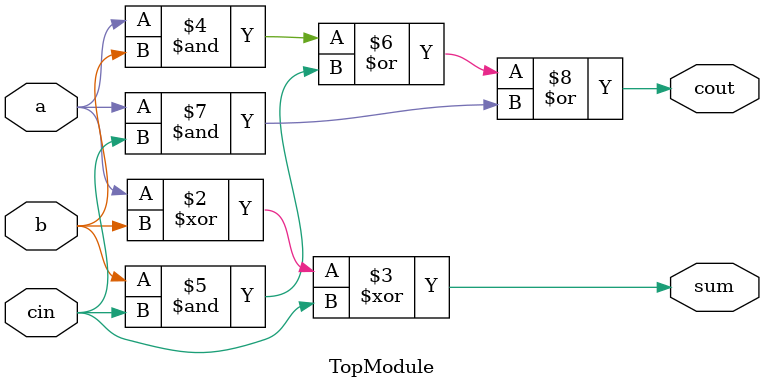
<source format=sv>

module TopModule (
    input a,
    input b,
    input cin,
    output reg cout,
    output reg sum
);

always @(*)
begin
    // Full adder logic
    sum = a ^ b ^ cin;
    cout = (a & b) | (b & cin) | (a & cin);
end

endmodule
</source>
